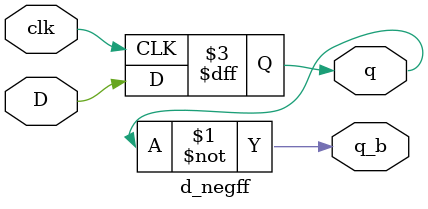
<source format=v>
`timescale 1ns/1ps
module d_negff (
    input D,clk,
    output reg q,
    output q_b
);

assign q_b=~q;
always @(negedge clk)
begin
   q=D;
end


    
endmodule
</source>
